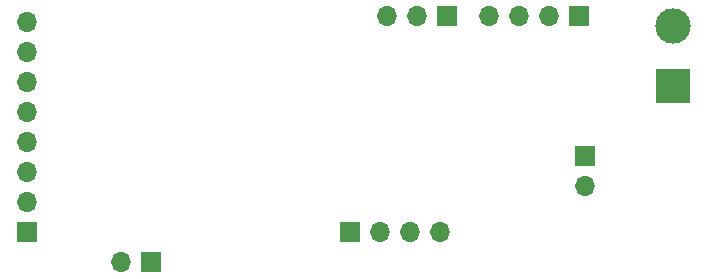
<source format=gbr>
%TF.GenerationSoftware,KiCad,Pcbnew,(5.1.7)-1*%
%TF.CreationDate,2020-11-09T22:40:43+01:00*%
%TF.ProjectId,LED_Chain,4c45445f-4368-4616-996e-2e6b69636164,rev?*%
%TF.SameCoordinates,Original*%
%TF.FileFunction,Soldermask,Bot*%
%TF.FilePolarity,Negative*%
%FSLAX46Y46*%
G04 Gerber Fmt 4.6, Leading zero omitted, Abs format (unit mm)*
G04 Created by KiCad (PCBNEW (5.1.7)-1) date 2020-11-09 22:40:43*
%MOMM*%
%LPD*%
G01*
G04 APERTURE LIST*
%ADD10R,3.000000X3.000000*%
%ADD11C,3.000000*%
%ADD12R,1.700000X1.700000*%
%ADD13O,1.700000X1.700000*%
G04 APERTURE END LIST*
D10*
%TO.C,J7*%
X175370000Y-92120000D03*
D11*
X175370000Y-87040000D03*
%TD*%
D12*
%TO.C,J6*%
X167894000Y-98044000D03*
D13*
X167894000Y-100584000D03*
%TD*%
D12*
%TO.C,J5*%
X167386000Y-86233000D03*
D13*
X164846000Y-86233000D03*
X162306000Y-86233000D03*
X159766000Y-86233000D03*
%TD*%
D12*
%TO.C,J4*%
X148000000Y-104500000D03*
D13*
X150540000Y-104500000D03*
X153080000Y-104500000D03*
X155620000Y-104500000D03*
%TD*%
D12*
%TO.C,J3*%
X156210000Y-86233000D03*
D13*
X153670000Y-86233000D03*
X151130000Y-86233000D03*
%TD*%
D12*
%TO.C,J2*%
X131160000Y-107060000D03*
D13*
X128620000Y-107060000D03*
%TD*%
D12*
%TO.C,J1*%
X120630000Y-104520000D03*
D13*
X120630000Y-101980000D03*
X120630000Y-99440000D03*
X120630000Y-96900000D03*
X120630000Y-94360000D03*
X120630000Y-91820000D03*
X120630000Y-89280000D03*
X120630000Y-86740000D03*
%TD*%
M02*

</source>
